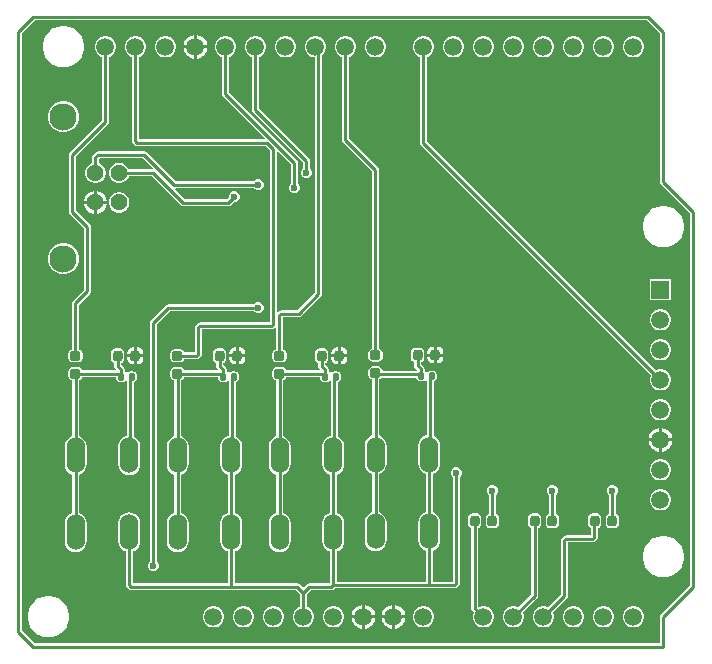
<source format=gbl>
G04*
G04 #@! TF.GenerationSoftware,Altium Limited,Altium Designer,21.6.1 (37)*
G04*
G04 Layer_Physical_Order=2*
G04 Layer_Color=152*
%FSLAX44Y44*%
%MOMM*%
G71*
G04*
G04 #@! TF.SameCoordinates,45D27BC1-988F-4E8A-9F01-A3EFFFD16F67*
G04*
G04*
G04 #@! TF.FilePolarity,Positive*
G04*
G01*
G75*
%ADD30C,0.2540*%
%ADD31C,1.5000*%
%ADD32C,2.3000*%
%ADD33C,1.4280*%
%ADD34O,1.5240X3.0480*%
%ADD35R,1.5000X1.5000*%
%ADD36C,0.6000*%
G04:AMPARAMS|DCode=37|XSize=0.8mm|YSize=0.9mm|CornerRadius=0.2mm|HoleSize=0mm|Usage=FLASHONLY|Rotation=180.000|XOffset=0mm|YOffset=0mm|HoleType=Round|Shape=RoundedRectangle|*
%AMROUNDEDRECTD37*
21,1,0.8000,0.5000,0,0,180.0*
21,1,0.4000,0.9000,0,0,180.0*
1,1,0.4000,-0.2000,0.2500*
1,1,0.4000,0.2000,0.2500*
1,1,0.4000,0.2000,-0.2500*
1,1,0.4000,-0.2000,-0.2500*
%
%ADD37ROUNDEDRECTD37*%
G04:AMPARAMS|DCode=38|XSize=0.6mm|YSize=0.54mm|CornerRadius=0.1431mm|HoleSize=0mm|Usage=FLASHONLY|Rotation=90.000|XOffset=0mm|YOffset=0mm|HoleType=Round|Shape=RoundedRectangle|*
%AMROUNDEDRECTD38*
21,1,0.6000,0.2538,0,0,90.0*
21,1,0.3138,0.5400,0,0,90.0*
1,1,0.2862,0.1269,0.1569*
1,1,0.2862,0.1269,-0.1569*
1,1,0.2862,-0.1269,-0.1569*
1,1,0.2862,-0.1269,0.1569*
%
%ADD38ROUNDEDRECTD38*%
G04:AMPARAMS|DCode=39|XSize=0.8mm|YSize=0.9mm|CornerRadius=0.2mm|HoleSize=0mm|Usage=FLASHONLY|Rotation=270.000|XOffset=0mm|YOffset=0mm|HoleType=Round|Shape=RoundedRectangle|*
%AMROUNDEDRECTD39*
21,1,0.8000,0.5000,0,0,270.0*
21,1,0.4000,0.9000,0,0,270.0*
1,1,0.4000,-0.2500,-0.2000*
1,1,0.4000,-0.2500,0.2000*
1,1,0.4000,0.2500,0.2000*
1,1,0.4000,0.2500,-0.2000*
%
%ADD39ROUNDEDRECTD39*%
G36*
X611831Y519520D02*
Y393700D01*
X611831Y393700D01*
X612048Y392610D01*
X612666Y391686D01*
X637231Y367120D01*
Y51980D01*
X612666Y27414D01*
X612048Y26490D01*
X611831Y25400D01*
X611831Y25400D01*
Y2849D01*
X82460D01*
X71429Y13880D01*
Y519520D01*
X82460Y530551D01*
X600800D01*
X611831Y519520D01*
D02*
G37*
%LPC*%
G36*
X108244Y525525D02*
X105116D01*
X104960Y525460D01*
X104795Y525493D01*
X101728Y524883D01*
X101587Y524789D01*
X101418D01*
X98529Y523592D01*
X98410Y523473D01*
X98244Y523440D01*
X95644Y521702D01*
X95550Y521562D01*
X95394Y521497D01*
X93183Y519286D01*
X93118Y519130D01*
X92978Y519036D01*
X91240Y516436D01*
X91207Y516270D01*
X91088Y516151D01*
X89891Y513262D01*
Y513093D01*
X89797Y512952D01*
X89187Y509885D01*
X89220Y509720D01*
X89155Y509563D01*
Y506436D01*
X89220Y506280D01*
X89187Y506115D01*
X89797Y503048D01*
X89891Y502907D01*
Y502738D01*
X91088Y499849D01*
X91207Y499730D01*
X91240Y499564D01*
X92978Y496964D01*
X93118Y496870D01*
X93183Y496714D01*
X95394Y494503D01*
X95550Y494438D01*
X95644Y494297D01*
X98244Y492560D01*
X98410Y492527D01*
X98529Y492408D01*
X101418Y491211D01*
X101587D01*
X101728Y491117D01*
X104795Y490507D01*
X104960Y490540D01*
X105116Y490475D01*
X108244D01*
X108400Y490540D01*
X108565Y490507D01*
X111632Y491117D01*
X111773Y491211D01*
X111942D01*
X114831Y492408D01*
X114950Y492527D01*
X115116Y492560D01*
X117716Y494297D01*
X117810Y494438D01*
X117966Y494503D01*
X120177Y496714D01*
X120242Y496870D01*
X120382Y496964D01*
X122120Y499564D01*
X122153Y499730D01*
X122272Y499849D01*
X123469Y502738D01*
Y502907D01*
X123563Y503048D01*
X124173Y506115D01*
X124140Y506280D01*
X124205Y506436D01*
Y509563D01*
X124140Y509720D01*
X124173Y509885D01*
X123563Y512952D01*
X123469Y513093D01*
Y513262D01*
X122272Y516151D01*
X122153Y516270D01*
X122120Y516436D01*
X120382Y519036D01*
X120242Y519130D01*
X120177Y519286D01*
X117966Y521497D01*
X117810Y521562D01*
X117716Y521702D01*
X115116Y523440D01*
X114950Y523473D01*
X114831Y523592D01*
X111942Y524789D01*
X111773D01*
X111632Y524883D01*
X108565Y525493D01*
X108400Y525460D01*
X108244Y525525D01*
D02*
G37*
G36*
X219762Y518040D02*
X219710D01*
Y509270D01*
X228480D01*
Y509322D01*
X227796Y511875D01*
X226474Y514165D01*
X224605Y516034D01*
X222315Y517356D01*
X219762Y518040D01*
D02*
G37*
G36*
X217170D02*
X217118D01*
X214565Y517356D01*
X212275Y516034D01*
X210406Y514165D01*
X209084Y511875D01*
X208400Y509322D01*
Y509270D01*
X217170D01*
Y518040D01*
D02*
G37*
G36*
X590468Y517024D02*
X588092D01*
X585797Y516409D01*
X583739Y515221D01*
X582059Y513541D01*
X580871Y511483D01*
X580256Y509188D01*
Y506812D01*
X580871Y504517D01*
X582059Y502459D01*
X583739Y500779D01*
X585797Y499591D01*
X588092Y498976D01*
X590468D01*
X592763Y499591D01*
X594821Y500779D01*
X596501Y502459D01*
X597689Y504517D01*
X598304Y506812D01*
Y509188D01*
X597689Y511483D01*
X596501Y513541D01*
X594821Y515221D01*
X592763Y516409D01*
X590468Y517024D01*
D02*
G37*
G36*
X565068D02*
X562692D01*
X560397Y516409D01*
X558339Y515221D01*
X556659Y513541D01*
X555471Y511483D01*
X554856Y509188D01*
Y506812D01*
X555471Y504517D01*
X556659Y502459D01*
X558339Y500779D01*
X560397Y499591D01*
X562692Y498976D01*
X565068D01*
X567363Y499591D01*
X569421Y500779D01*
X571101Y502459D01*
X572289Y504517D01*
X572904Y506812D01*
Y509188D01*
X572289Y511483D01*
X571101Y513541D01*
X569421Y515221D01*
X567363Y516409D01*
X565068Y517024D01*
D02*
G37*
G36*
X539668D02*
X537292D01*
X534997Y516409D01*
X532939Y515221D01*
X531259Y513541D01*
X530071Y511483D01*
X529456Y509188D01*
Y506812D01*
X530071Y504517D01*
X531259Y502459D01*
X532939Y500779D01*
X534997Y499591D01*
X537292Y498976D01*
X539668D01*
X541963Y499591D01*
X544021Y500779D01*
X545701Y502459D01*
X546889Y504517D01*
X547504Y506812D01*
Y509188D01*
X546889Y511483D01*
X545701Y513541D01*
X544021Y515221D01*
X541963Y516409D01*
X539668Y517024D01*
D02*
G37*
G36*
X514268D02*
X511892D01*
X509597Y516409D01*
X507539Y515221D01*
X505859Y513541D01*
X504671Y511483D01*
X504056Y509188D01*
Y506812D01*
X504671Y504517D01*
X505859Y502459D01*
X507539Y500779D01*
X509597Y499591D01*
X511892Y498976D01*
X514268D01*
X516563Y499591D01*
X518621Y500779D01*
X520301Y502459D01*
X521489Y504517D01*
X522104Y506812D01*
Y509188D01*
X521489Y511483D01*
X520301Y513541D01*
X518621Y515221D01*
X516563Y516409D01*
X514268Y517024D01*
D02*
G37*
G36*
X488868D02*
X486492D01*
X484197Y516409D01*
X482139Y515221D01*
X480459Y513541D01*
X479271Y511483D01*
X478656Y509188D01*
Y506812D01*
X479271Y504517D01*
X480459Y502459D01*
X482139Y500779D01*
X484197Y499591D01*
X486492Y498976D01*
X488868D01*
X491163Y499591D01*
X493221Y500779D01*
X494901Y502459D01*
X496089Y504517D01*
X496704Y506812D01*
Y509188D01*
X496089Y511483D01*
X494901Y513541D01*
X493221Y515221D01*
X491163Y516409D01*
X488868Y517024D01*
D02*
G37*
G36*
X463468D02*
X461092D01*
X458797Y516409D01*
X456739Y515221D01*
X455059Y513541D01*
X453871Y511483D01*
X453256Y509188D01*
Y506812D01*
X453871Y504517D01*
X455059Y502459D01*
X456739Y500779D01*
X458797Y499591D01*
X461092Y498976D01*
X463468D01*
X465763Y499591D01*
X467821Y500779D01*
X469501Y502459D01*
X470689Y504517D01*
X471304Y506812D01*
Y509188D01*
X470689Y511483D01*
X469501Y513541D01*
X467821Y515221D01*
X465763Y516409D01*
X463468Y517024D01*
D02*
G37*
G36*
X438068D02*
X435692D01*
X433397Y516409D01*
X431339Y515221D01*
X429659Y513541D01*
X428471Y511483D01*
X427856Y509188D01*
Y506812D01*
X428471Y504517D01*
X429659Y502459D01*
X431339Y500779D01*
X433397Y499591D01*
X435692Y498976D01*
X438068D01*
X440363Y499591D01*
X442421Y500779D01*
X444101Y502459D01*
X445289Y504517D01*
X445904Y506812D01*
Y509188D01*
X445289Y511483D01*
X444101Y513541D01*
X442421Y515221D01*
X440363Y516409D01*
X438068Y517024D01*
D02*
G37*
G36*
X372028D02*
X369652D01*
X367357Y516409D01*
X365299Y515221D01*
X363619Y513541D01*
X362431Y511483D01*
X361816Y509188D01*
Y506812D01*
X362431Y504517D01*
X363619Y502459D01*
X365299Y500779D01*
X367357Y499591D01*
X369652Y498976D01*
X372028D01*
X374323Y499591D01*
X376381Y500779D01*
X378061Y502459D01*
X379249Y504517D01*
X379864Y506812D01*
Y509188D01*
X379249Y511483D01*
X378061Y513541D01*
X376381Y515221D01*
X374323Y516409D01*
X372028Y517024D01*
D02*
G37*
G36*
X295828D02*
X293452D01*
X291157Y516409D01*
X289099Y515221D01*
X287419Y513541D01*
X286231Y511483D01*
X285616Y509188D01*
Y506812D01*
X286231Y504517D01*
X287419Y502459D01*
X289099Y500779D01*
X291157Y499591D01*
X293452Y498976D01*
X295828D01*
X298123Y499591D01*
X300181Y500779D01*
X301861Y502459D01*
X303049Y504517D01*
X303664Y506812D01*
Y509188D01*
X303049Y511483D01*
X301861Y513541D01*
X300181Y515221D01*
X298123Y516409D01*
X295828Y517024D01*
D02*
G37*
G36*
X194228D02*
X191852D01*
X189557Y516409D01*
X187499Y515221D01*
X185819Y513541D01*
X184631Y511483D01*
X184016Y509188D01*
Y506812D01*
X184631Y504517D01*
X185819Y502459D01*
X187499Y500779D01*
X189557Y499591D01*
X191852Y498976D01*
X194228D01*
X196523Y499591D01*
X198581Y500779D01*
X200261Y502459D01*
X201449Y504517D01*
X202064Y506812D01*
Y509188D01*
X201449Y511483D01*
X200261Y513541D01*
X198581Y515221D01*
X196523Y516409D01*
X194228Y517024D01*
D02*
G37*
G36*
X228480Y506730D02*
X219710D01*
Y497960D01*
X219762D01*
X222315Y498644D01*
X224605Y499966D01*
X226474Y501835D01*
X227796Y504125D01*
X228480Y506678D01*
Y506730D01*
D02*
G37*
G36*
X217170D02*
X208400D01*
Y506678D01*
X209084Y504125D01*
X210406Y501835D01*
X212275Y499966D01*
X214565Y498644D01*
X217118Y497960D01*
X217170D01*
Y506730D01*
D02*
G37*
G36*
X108395Y461844D02*
X104965D01*
X101653Y460956D01*
X98683Y459242D01*
X96258Y456817D01*
X94544Y453847D01*
X93656Y450535D01*
Y447105D01*
X94544Y443793D01*
X96258Y440823D01*
X98683Y438398D01*
X101653Y436684D01*
X104965Y435796D01*
X108395D01*
X111707Y436684D01*
X114677Y438398D01*
X117102Y440823D01*
X118816Y443793D01*
X119704Y447105D01*
Y450535D01*
X118816Y453847D01*
X117102Y456817D01*
X114677Y459242D01*
X111707Y460956D01*
X108395Y461844D01*
D02*
G37*
G36*
X175260Y419409D02*
X175260Y419409D01*
X136108D01*
X136108Y419409D01*
X135018Y419192D01*
X134094Y418574D01*
X134094Y418574D01*
X131766Y416246D01*
X131148Y415322D01*
X130931Y414232D01*
X130931Y414232D01*
Y409326D01*
X130436Y409193D01*
X128460Y408053D01*
X126847Y406440D01*
X125707Y404464D01*
X125116Y402261D01*
Y399979D01*
X125707Y397776D01*
X126847Y395800D01*
X128460Y394187D01*
X130436Y393046D01*
X132639Y392456D01*
X134921D01*
X137124Y393046D01*
X139100Y394187D01*
X140713Y395800D01*
X141854Y397776D01*
X142444Y399979D01*
Y402261D01*
X141854Y404464D01*
X140713Y406440D01*
X139100Y408053D01*
X137124Y409193D01*
X136629Y409326D01*
Y413052D01*
X137288Y413711D01*
X174080D01*
X182353Y405439D01*
X181826Y404169D01*
X161933D01*
X161854Y404464D01*
X160713Y406440D01*
X159100Y408053D01*
X157124Y409193D01*
X154921Y409784D01*
X152639D01*
X150436Y409193D01*
X148460Y408053D01*
X146847Y406440D01*
X145707Y404464D01*
X145116Y402261D01*
Y399979D01*
X145707Y397776D01*
X146847Y395800D01*
X148460Y394187D01*
X150436Y393046D01*
X152639Y392456D01*
X154921D01*
X157124Y393046D01*
X159100Y394187D01*
X160713Y395800D01*
X161854Y397776D01*
X162040Y398471D01*
X181700D01*
X206266Y373906D01*
X206266Y373906D01*
X207190Y373288D01*
X208280Y373071D01*
X208280Y373071D01*
X246380D01*
X246380Y373071D01*
X247470Y373288D01*
X248394Y373906D01*
X250965Y376476D01*
X252360D01*
X254023Y377165D01*
X255295Y378437D01*
X255984Y380100D01*
Y381900D01*
X255295Y383563D01*
X254023Y384835D01*
X252360Y385524D01*
X250560D01*
X248897Y384835D01*
X247625Y383563D01*
X246936Y381900D01*
Y380505D01*
X245200Y378769D01*
X209460D01*
X201187Y387041D01*
X201714Y388311D01*
X268231D01*
X269217Y387325D01*
X270880Y386636D01*
X272680D01*
X274343Y387325D01*
X275615Y388597D01*
X276304Y390260D01*
Y392060D01*
X275615Y393723D01*
X274343Y394995D01*
X272680Y395684D01*
X270880D01*
X269217Y394995D01*
X268231Y394009D01*
X201840D01*
X177274Y418574D01*
X176350Y419192D01*
X175260Y419409D01*
D02*
G37*
G36*
X270428Y517024D02*
X268052D01*
X265757Y516409D01*
X263699Y515221D01*
X262019Y513541D01*
X260831Y511483D01*
X260216Y509188D01*
Y506812D01*
X260831Y504517D01*
X262019Y502459D01*
X263699Y500779D01*
X265757Y499591D01*
X266391Y499421D01*
Y454660D01*
X266391Y454660D01*
X266608Y453570D01*
X267226Y452646D01*
X309571Y410300D01*
Y404869D01*
X308585Y403883D01*
X307896Y402220D01*
Y400420D01*
X308585Y398757D01*
X309857Y397485D01*
X311520Y396796D01*
X313320D01*
X314983Y397485D01*
X316255Y398757D01*
X316944Y400420D01*
Y402220D01*
X316255Y403883D01*
X315269Y404869D01*
Y411480D01*
X315269Y411480D01*
X315052Y412570D01*
X314434Y413494D01*
X272089Y455840D01*
Y499421D01*
X272723Y499591D01*
X274781Y500779D01*
X276461Y502459D01*
X277649Y504517D01*
X278264Y506812D01*
Y509188D01*
X277649Y511483D01*
X276461Y513541D01*
X274781Y515221D01*
X272723Y516409D01*
X270428Y517024D01*
D02*
G37*
G36*
X321228D02*
X318852D01*
X316557Y516409D01*
X314499Y515221D01*
X312819Y513541D01*
X311631Y511483D01*
X311016Y509188D01*
Y506812D01*
X311631Y504517D01*
X312819Y502459D01*
X314499Y500779D01*
X316557Y499591D01*
X318852Y498976D01*
X319731D01*
Y299848D01*
X304672Y284789D01*
X291048D01*
X289958Y284572D01*
X289034Y283954D01*
X289033Y283954D01*
X288599Y283520D01*
X287329Y284046D01*
Y418851D01*
X288502Y419337D01*
X299411Y408427D01*
Y392169D01*
X298425Y391183D01*
X297736Y389520D01*
Y387720D01*
X298425Y386057D01*
X299697Y384785D01*
X301360Y384096D01*
X303160D01*
X304823Y384785D01*
X306095Y386057D01*
X306784Y387720D01*
Y389520D01*
X306095Y391183D01*
X305109Y392169D01*
Y409607D01*
X304892Y410698D01*
X304274Y411622D01*
X304274Y411622D01*
X246689Y469207D01*
Y499421D01*
X247323Y499591D01*
X249381Y500779D01*
X251061Y502459D01*
X252249Y504517D01*
X252864Y506812D01*
Y509188D01*
X252249Y511483D01*
X251061Y513541D01*
X249381Y515221D01*
X247323Y516409D01*
X245028Y517024D01*
X242652D01*
X240357Y516409D01*
X238299Y515221D01*
X236619Y513541D01*
X235431Y511483D01*
X234816Y509188D01*
Y506812D01*
X235431Y504517D01*
X236619Y502459D01*
X238299Y500779D01*
X240357Y499591D01*
X240991Y499421D01*
Y468027D01*
X240991Y468027D01*
X241208Y466937D01*
X241826Y466013D01*
X277097Y430742D01*
X276611Y429569D01*
X170489D01*
Y499421D01*
X171123Y499591D01*
X173181Y500779D01*
X174861Y502459D01*
X176049Y504517D01*
X176664Y506812D01*
Y509188D01*
X176049Y511483D01*
X174861Y513541D01*
X173181Y515221D01*
X171123Y516409D01*
X168828Y517024D01*
X166452D01*
X164157Y516409D01*
X162099Y515221D01*
X160419Y513541D01*
X159231Y511483D01*
X158616Y509188D01*
Y506812D01*
X159231Y504517D01*
X160419Y502459D01*
X162099Y500779D01*
X164157Y499591D01*
X164791Y499421D01*
Y428208D01*
X164791Y428208D01*
X165008Y427118D01*
X165626Y426194D01*
X167113Y424706D01*
X167113Y424706D01*
X168038Y424088D01*
X169128Y423871D01*
X278220D01*
X281631Y420460D01*
Y274629D01*
X222468D01*
X221378Y274412D01*
X220453Y273794D01*
X220453Y273794D01*
X218966Y272306D01*
X218348Y271382D01*
X218131Y270292D01*
X218131Y270292D01*
Y249229D01*
X215900D01*
X215900Y249229D01*
X215297Y249109D01*
X209124D01*
X209020Y249635D01*
X208241Y250801D01*
X207075Y251579D01*
X205700Y251853D01*
X200700D01*
X199325Y251579D01*
X198159Y250801D01*
X197380Y249635D01*
X197107Y248260D01*
Y244260D01*
X197380Y242885D01*
X198159Y241719D01*
X199325Y240940D01*
X200700Y240667D01*
X205700D01*
X207075Y240940D01*
X208241Y241719D01*
X209020Y242885D01*
X209124Y243411D01*
X215780D01*
X215780Y243411D01*
X216383Y243531D01*
X219492D01*
X219492Y243531D01*
X220582Y243748D01*
X221507Y244366D01*
X222994Y245854D01*
X222994Y245854D01*
X223612Y246778D01*
X223829Y247868D01*
Y268931D01*
X282992D01*
X282992Y268931D01*
X284082Y269148D01*
X285007Y269766D01*
X285441Y270200D01*
X286711Y269674D01*
Y251784D01*
X285685Y251579D01*
X284519Y250801D01*
X283740Y249635D01*
X283467Y248260D01*
Y244260D01*
X283740Y242885D01*
X284519Y241719D01*
X285685Y240940D01*
X287060Y240667D01*
X292060D01*
X293435Y240940D01*
X294601Y241719D01*
X295380Y242885D01*
X295653Y244260D01*
Y248260D01*
X295380Y249635D01*
X294601Y250801D01*
X293435Y251579D01*
X292409Y251784D01*
Y279091D01*
X305852D01*
X305852Y279091D01*
X306942Y279308D01*
X307866Y279926D01*
X324594Y296653D01*
X324594Y296653D01*
X325212Y297578D01*
X325429Y298668D01*
Y500282D01*
X325356Y500649D01*
X325581Y500779D01*
X327261Y502459D01*
X328449Y504517D01*
X329064Y506812D01*
Y509188D01*
X328449Y511483D01*
X327261Y513541D01*
X325581Y515221D01*
X323523Y516409D01*
X321228Y517024D01*
D02*
G37*
G36*
X135054Y385800D02*
X135050D01*
Y377390D01*
X143460D01*
Y377394D01*
X142800Y379856D01*
X141526Y382064D01*
X139724Y383866D01*
X137516Y385140D01*
X135054Y385800D01*
D02*
G37*
G36*
X132510D02*
X132506D01*
X130044Y385140D01*
X127836Y383866D01*
X126034Y382064D01*
X124760Y379856D01*
X124100Y377394D01*
Y377390D01*
X132510D01*
Y385800D01*
D02*
G37*
G36*
X616244Y373125D02*
X613116D01*
X612960Y373060D01*
X612795Y373093D01*
X609728Y372483D01*
X609587Y372389D01*
X609418D01*
X606529Y371192D01*
X606410Y371073D01*
X606244Y371040D01*
X603644Y369302D01*
X603550Y369162D01*
X603394Y369097D01*
X601183Y366886D01*
X601118Y366730D01*
X600978Y366636D01*
X599240Y364036D01*
X599207Y363870D01*
X599088Y363751D01*
X597891Y360862D01*
Y360693D01*
X597797Y360552D01*
X597187Y357485D01*
X597220Y357320D01*
X597155Y357164D01*
Y354036D01*
X597220Y353880D01*
X597187Y353715D01*
X597797Y350648D01*
X597891Y350507D01*
Y350338D01*
X599088Y347449D01*
X599207Y347330D01*
X599240Y347164D01*
X600978Y344564D01*
X601118Y344470D01*
X601183Y344314D01*
X603394Y342103D01*
X603550Y342038D01*
X603644Y341898D01*
X606244Y340160D01*
X606410Y340127D01*
X606529Y340008D01*
X609418Y338811D01*
X609587D01*
X609728Y338717D01*
X612795Y338107D01*
X612960Y338140D01*
X613116Y338075D01*
X616244D01*
X616400Y338140D01*
X616565Y338107D01*
X619632Y338717D01*
X619773Y338811D01*
X619942D01*
X622831Y340008D01*
X622950Y340127D01*
X623116Y340160D01*
X625716Y341898D01*
X625810Y342038D01*
X625966Y342103D01*
X628177Y344314D01*
X628242Y344470D01*
X628382Y344564D01*
X630120Y347164D01*
X630153Y347330D01*
X630272Y347449D01*
X631469Y350338D01*
Y350507D01*
X631563Y350648D01*
X632173Y353715D01*
X632140Y353880D01*
X632205Y354036D01*
Y357164D01*
X632140Y357320D01*
X632173Y357485D01*
X631563Y360552D01*
X631469Y360693D01*
Y360862D01*
X630272Y363751D01*
X630153Y363870D01*
X630120Y364036D01*
X628382Y366636D01*
X628242Y366730D01*
X628177Y366886D01*
X625966Y369097D01*
X625810Y369162D01*
X625716Y369302D01*
X623116Y371040D01*
X622950Y371073D01*
X622831Y371192D01*
X619942Y372389D01*
X619773D01*
X619632Y372483D01*
X616565Y373093D01*
X616400Y373060D01*
X616244Y373125D01*
D02*
G37*
G36*
X154921Y384784D02*
X152639D01*
X150436Y384193D01*
X148460Y383053D01*
X146847Y381440D01*
X145707Y379464D01*
X145116Y377261D01*
Y374979D01*
X145707Y372776D01*
X146847Y370800D01*
X148460Y369187D01*
X150436Y368046D01*
X152639Y367456D01*
X154921D01*
X157124Y368046D01*
X159100Y369187D01*
X160713Y370800D01*
X161854Y372776D01*
X162444Y374979D01*
Y377261D01*
X161854Y379464D01*
X160713Y381440D01*
X159100Y383053D01*
X157124Y384193D01*
X154921Y384784D01*
D02*
G37*
G36*
X143460Y374850D02*
X135050D01*
Y366440D01*
X135054D01*
X137516Y367100D01*
X139724Y368374D01*
X141526Y370176D01*
X142800Y372384D01*
X143460Y374846D01*
Y374850D01*
D02*
G37*
G36*
X132510D02*
X124100D01*
Y374846D01*
X124760Y372384D01*
X126034Y370176D01*
X127836Y368374D01*
X130044Y367100D01*
X132506Y366440D01*
X132510D01*
Y374850D01*
D02*
G37*
G36*
X108395Y341444D02*
X104965D01*
X101653Y340556D01*
X98683Y338842D01*
X96258Y336417D01*
X94544Y333447D01*
X93656Y330135D01*
Y326705D01*
X94544Y323393D01*
X96258Y320423D01*
X98683Y317998D01*
X101653Y316283D01*
X104965Y315396D01*
X108395D01*
X111707Y316283D01*
X114677Y317998D01*
X117102Y320423D01*
X118816Y323393D01*
X119704Y326705D01*
Y330135D01*
X118816Y333447D01*
X117102Y336417D01*
X114677Y338842D01*
X111707Y340556D01*
X108395Y341444D01*
D02*
G37*
G36*
X621164Y311284D02*
X603116D01*
Y293236D01*
X621164D01*
Y311284D01*
D02*
G37*
G36*
X272680Y291544D02*
X270880D01*
X269217Y290855D01*
X268231Y289869D01*
X195580D01*
X195580Y289869D01*
X194490Y289652D01*
X193566Y289034D01*
X193566Y289034D01*
X180866Y276334D01*
X180248Y275410D01*
X180031Y274320D01*
X180031Y274320D01*
Y72129D01*
X179045Y71143D01*
X178356Y69480D01*
Y67680D01*
X179045Y66017D01*
X180317Y64745D01*
X181980Y64056D01*
X183780D01*
X185443Y64745D01*
X186715Y66017D01*
X187404Y67680D01*
Y69480D01*
X186715Y71143D01*
X185729Y72129D01*
Y273140D01*
X196760Y284171D01*
X268231D01*
X269217Y283185D01*
X270880Y282496D01*
X272680D01*
X274343Y283185D01*
X275615Y284457D01*
X276304Y286120D01*
Y287920D01*
X275615Y289583D01*
X274343Y290855D01*
X272680Y291544D01*
D02*
G37*
G36*
X613328Y285884D02*
X610952D01*
X608657Y285269D01*
X606599Y284081D01*
X604919Y282401D01*
X603731Y280343D01*
X603116Y278048D01*
Y275672D01*
X603731Y273377D01*
X604919Y271319D01*
X606599Y269639D01*
X608657Y268451D01*
X610952Y267836D01*
X613328D01*
X615623Y268451D01*
X617681Y269639D01*
X619361Y271319D01*
X620549Y273377D01*
X621164Y275672D01*
Y278048D01*
X620549Y280343D01*
X619361Y282401D01*
X617681Y284081D01*
X615623Y285269D01*
X613328Y285884D01*
D02*
G37*
G36*
X423520Y254017D02*
X422790D01*
Y248158D01*
X428149D01*
Y249388D01*
X427797Y251159D01*
X426793Y252661D01*
X425291Y253665D01*
X423520Y254017D01*
D02*
G37*
G36*
X420250D02*
X419520D01*
X417748Y253665D01*
X416247Y252661D01*
X415243Y251159D01*
X414891Y249388D01*
Y248158D01*
X420250D01*
Y254017D01*
D02*
G37*
G36*
X342240Y253509D02*
X341510D01*
Y247650D01*
X346869D01*
Y248880D01*
X346517Y250651D01*
X345513Y252153D01*
X344011Y253157D01*
X342240Y253509D01*
D02*
G37*
G36*
X255880D02*
X255150D01*
Y247650D01*
X260509D01*
Y248880D01*
X260157Y250651D01*
X259153Y252153D01*
X257651Y253157D01*
X255880Y253509D01*
D02*
G37*
G36*
X169520D02*
X168790D01*
Y247650D01*
X174149D01*
Y248880D01*
X173797Y250651D01*
X172793Y252153D01*
X171291Y253157D01*
X169520Y253509D01*
D02*
G37*
G36*
X338970D02*
X338240D01*
X336469Y253157D01*
X334967Y252153D01*
X333963Y250651D01*
X333611Y248880D01*
Y247650D01*
X338970D01*
Y253509D01*
D02*
G37*
G36*
X252610D02*
X251880D01*
X250109Y253157D01*
X248607Y252153D01*
X247603Y250651D01*
X247251Y248880D01*
Y247650D01*
X252610D01*
Y253509D01*
D02*
G37*
G36*
X166250D02*
X165520D01*
X163748Y253157D01*
X162247Y252153D01*
X161243Y250651D01*
X160891Y248880D01*
Y247650D01*
X166250D01*
Y253509D01*
D02*
G37*
G36*
X613328Y260484D02*
X610952D01*
X608657Y259869D01*
X606599Y258681D01*
X604919Y257001D01*
X603731Y254943D01*
X603116Y252648D01*
Y250272D01*
X603731Y247977D01*
X604919Y245919D01*
X606599Y244239D01*
X608657Y243051D01*
X610952Y242436D01*
X613328D01*
X615623Y243051D01*
X617681Y244239D01*
X619361Y245919D01*
X620549Y247977D01*
X621164Y250272D01*
Y252648D01*
X620549Y254943D01*
X619361Y257001D01*
X617681Y258681D01*
X615623Y259869D01*
X613328Y260484D01*
D02*
G37*
G36*
X346628Y517024D02*
X344252D01*
X341957Y516409D01*
X339899Y515221D01*
X338219Y513541D01*
X337031Y511483D01*
X336416Y509188D01*
Y506812D01*
X337031Y504517D01*
X338219Y502459D01*
X339899Y500779D01*
X341957Y499591D01*
X342591Y499421D01*
Y429260D01*
X342591Y429260D01*
X342808Y428170D01*
X343426Y427246D01*
X367991Y402680D01*
Y252292D01*
X366965Y252087D01*
X365799Y251309D01*
X365020Y250143D01*
X364747Y248768D01*
Y244768D01*
X365020Y243393D01*
X365799Y242227D01*
X366965Y241448D01*
X368340Y241175D01*
X373340D01*
X374715Y241448D01*
X375881Y242227D01*
X376660Y243393D01*
X376933Y244768D01*
Y248768D01*
X376660Y250143D01*
X375881Y251309D01*
X374715Y252087D01*
X373689Y252292D01*
Y403860D01*
X373689Y403860D01*
X373472Y404950D01*
X372854Y405874D01*
X372854Y405874D01*
X348289Y430440D01*
Y499421D01*
X348923Y499591D01*
X350981Y500779D01*
X352661Y502459D01*
X353849Y504517D01*
X354464Y506812D01*
Y509188D01*
X353849Y511483D01*
X352661Y513541D01*
X350981Y515221D01*
X348923Y516409D01*
X346628Y517024D01*
D02*
G37*
G36*
X143428D02*
X141052D01*
X138757Y516409D01*
X136699Y515221D01*
X135019Y513541D01*
X133831Y511483D01*
X133216Y509188D01*
Y506812D01*
X133831Y504517D01*
X135019Y502459D01*
X136699Y500779D01*
X138757Y499591D01*
X139391Y499421D01*
Y445680D01*
X112286Y418574D01*
X111668Y417650D01*
X111451Y416560D01*
X111451Y416560D01*
Y368300D01*
X111451Y368300D01*
X111668Y367210D01*
X112286Y366286D01*
X124151Y354420D01*
Y302177D01*
X114826Y292852D01*
X114208Y291927D01*
X113991Y290837D01*
X113991Y290837D01*
Y251784D01*
X112965Y251579D01*
X111799Y250801D01*
X111020Y249635D01*
X110747Y248260D01*
Y244260D01*
X111020Y242885D01*
X111799Y241719D01*
X112965Y240940D01*
X114340Y240667D01*
X119340D01*
X120715Y240940D01*
X121881Y241719D01*
X122660Y242885D01*
X122933Y244260D01*
Y248260D01*
X122660Y249635D01*
X121881Y250801D01*
X120715Y251579D01*
X119689Y251784D01*
Y289657D01*
X129014Y298983D01*
X129014Y298983D01*
X129632Y299907D01*
X129849Y300997D01*
Y355600D01*
X129849Y355600D01*
X129632Y356690D01*
X129014Y357614D01*
X129014Y357614D01*
X117149Y369480D01*
Y415380D01*
X144254Y442486D01*
X144872Y443410D01*
X145089Y444500D01*
X145089Y444500D01*
Y499421D01*
X145723Y499591D01*
X147781Y500779D01*
X149461Y502459D01*
X150649Y504517D01*
X151264Y506812D01*
Y509188D01*
X150649Y511483D01*
X149461Y513541D01*
X147781Y515221D01*
X145723Y516409D01*
X143428Y517024D01*
D02*
G37*
G36*
X428149Y245618D02*
X422790D01*
Y239759D01*
X423520D01*
X425291Y240111D01*
X426793Y241115D01*
X427797Y242617D01*
X428149Y244388D01*
Y245618D01*
D02*
G37*
G36*
X420250D02*
X414891D01*
Y244388D01*
X415243Y242617D01*
X416247Y241115D01*
X417748Y240111D01*
X419520Y239759D01*
X420250D01*
Y245618D01*
D02*
G37*
G36*
X346869Y245110D02*
X341510D01*
Y239251D01*
X342240D01*
X344011Y239603D01*
X345513Y240607D01*
X346517Y242109D01*
X346869Y243880D01*
Y245110D01*
D02*
G37*
G36*
X338970D02*
X333611D01*
Y243880D01*
X333963Y242109D01*
X334967Y240607D01*
X336469Y239603D01*
X338240Y239251D01*
X338970D01*
Y245110D01*
D02*
G37*
G36*
X260509D02*
X255150D01*
Y239251D01*
X255880D01*
X257651Y239603D01*
X259153Y240607D01*
X260157Y242109D01*
X260509Y243880D01*
Y245110D01*
D02*
G37*
G36*
X252610D02*
X247251D01*
Y243880D01*
X247603Y242109D01*
X248607Y240607D01*
X250109Y239603D01*
X251880Y239251D01*
X252610D01*
Y245110D01*
D02*
G37*
G36*
X174149D02*
X168790D01*
Y239251D01*
X169520D01*
X171291Y239603D01*
X172793Y240607D01*
X173797Y242109D01*
X174149Y243880D01*
Y245110D01*
D02*
G37*
G36*
X166250D02*
X160891D01*
Y243880D01*
X161243Y242109D01*
X162247Y240607D01*
X163748Y239603D01*
X165520Y239251D01*
X166250D01*
Y245110D01*
D02*
G37*
G36*
X154520Y252473D02*
X150520D01*
X149145Y252199D01*
X147979Y251421D01*
X147200Y250255D01*
X146927Y248880D01*
Y243880D01*
X147200Y242505D01*
X147979Y241339D01*
X149145Y240560D01*
X149671Y240456D01*
Y237696D01*
X149671Y237696D01*
X149888Y236606D01*
X150506Y235682D01*
X150906Y235282D01*
X150420Y234109D01*
X122764D01*
X122660Y234635D01*
X121881Y235801D01*
X120715Y236579D01*
X119340Y236853D01*
X114340D01*
X112965Y236579D01*
X111799Y235801D01*
X111020Y234635D01*
X110747Y233260D01*
Y229260D01*
X111020Y227885D01*
X111799Y226719D01*
X112965Y225940D01*
X114118Y225711D01*
Y178337D01*
X112483Y177659D01*
X110572Y176194D01*
X109107Y174283D01*
X108185Y172059D01*
X107871Y169672D01*
Y154432D01*
X108185Y152045D01*
X109107Y149821D01*
X110572Y147910D01*
X112483Y146445D01*
X114245Y145715D01*
Y113365D01*
X112483Y112635D01*
X110572Y111170D01*
X109107Y109259D01*
X108185Y107035D01*
X107871Y104648D01*
Y89408D01*
X108185Y87021D01*
X109107Y84797D01*
X110572Y82886D01*
X112483Y81421D01*
X114707Y80499D01*
X117094Y80185D01*
X119481Y80499D01*
X121705Y81421D01*
X123616Y82886D01*
X125081Y84797D01*
X126003Y87021D01*
X126317Y89408D01*
Y104648D01*
X126003Y107035D01*
X125081Y109259D01*
X123616Y111170D01*
X121705Y112635D01*
X119943Y113365D01*
Y145715D01*
X121705Y146445D01*
X123616Y147910D01*
X125081Y149821D01*
X126003Y152045D01*
X126317Y154432D01*
Y169672D01*
X126003Y172059D01*
X125081Y174283D01*
X123616Y176194D01*
X121705Y177659D01*
X119816Y178442D01*
Y225762D01*
X120715Y225940D01*
X121881Y226719D01*
X122660Y227885D01*
X122764Y228411D01*
X151438D01*
Y227031D01*
X151667Y225878D01*
X152320Y224901D01*
X153298Y224247D01*
X154451Y224018D01*
X156989D01*
X158142Y224247D01*
X159119Y224901D01*
X159194Y225013D01*
X160464Y224627D01*
Y178652D01*
X159919Y178581D01*
X157695Y177659D01*
X155784Y176194D01*
X154319Y174283D01*
X153397Y172059D01*
X153083Y169672D01*
Y154432D01*
X153397Y152045D01*
X154319Y149821D01*
X155784Y147910D01*
X157695Y146445D01*
X159919Y145523D01*
X162306Y145209D01*
X164693Y145523D01*
X166917Y146445D01*
X168828Y147910D01*
X170293Y149821D01*
X171215Y152045D01*
X171529Y154432D01*
Y169672D01*
X171215Y172059D01*
X170293Y174283D01*
X168828Y176194D01*
X166917Y177659D01*
X166162Y177972D01*
Y224132D01*
X166742Y224247D01*
X167719Y224901D01*
X168372Y225878D01*
X168602Y227031D01*
Y230169D01*
X168372Y231322D01*
X167719Y232299D01*
X166742Y232952D01*
X165589Y233182D01*
X163051D01*
X161898Y232952D01*
X160921Y232299D01*
X160844Y232185D01*
X159590Y232106D01*
X158569Y233080D01*
Y234496D01*
X158569Y234496D01*
X158352Y235586D01*
X157734Y236511D01*
X157734Y236511D01*
X155369Y238876D01*
Y240456D01*
X155895Y240560D01*
X157061Y241339D01*
X157839Y242505D01*
X158113Y243880D01*
Y248880D01*
X157839Y250255D01*
X157061Y251421D01*
X155895Y252199D01*
X154520Y252473D01*
D02*
G37*
G36*
X408520Y252981D02*
X404520D01*
X403145Y252708D01*
X401979Y251929D01*
X401200Y250763D01*
X400927Y249388D01*
Y244388D01*
X401200Y243013D01*
X401979Y241847D01*
X403145Y241068D01*
X403671Y240964D01*
Y238204D01*
X403671Y238204D01*
X403888Y237114D01*
X404506Y236190D01*
X406139Y234557D01*
X405613Y233287D01*
X376933D01*
Y233768D01*
X376660Y235143D01*
X375881Y236309D01*
X374715Y237087D01*
X373340Y237361D01*
X368340D01*
X366965Y237087D01*
X365799Y236309D01*
X365020Y235143D01*
X364747Y233768D01*
Y229768D01*
X365020Y228393D01*
X365799Y227227D01*
X366965Y226448D01*
X368118Y226219D01*
Y178845D01*
X366483Y178167D01*
X364572Y176702D01*
X363107Y174791D01*
X362185Y172567D01*
X361871Y170180D01*
Y154940D01*
X362185Y152553D01*
X363107Y150329D01*
X364572Y148418D01*
X366483Y146953D01*
X368245Y146223D01*
Y113873D01*
X366483Y113143D01*
X364572Y111678D01*
X363107Y109767D01*
X362185Y107543D01*
X361871Y105156D01*
Y89916D01*
X362185Y87529D01*
X363107Y85305D01*
X364572Y83394D01*
X366483Y81929D01*
X368707Y81007D01*
X371094Y80693D01*
X373481Y81007D01*
X375705Y81929D01*
X377616Y83394D01*
X379081Y85305D01*
X380003Y87529D01*
X380317Y89916D01*
Y105156D01*
X380003Y107543D01*
X379081Y109767D01*
X377616Y111678D01*
X375705Y113143D01*
X373943Y113873D01*
Y146223D01*
X375705Y146953D01*
X377616Y148418D01*
X379081Y150329D01*
X380003Y152553D01*
X380317Y154940D01*
Y170180D01*
X380003Y172567D01*
X379081Y174791D01*
X377616Y176702D01*
X375705Y178167D01*
X373816Y178950D01*
Y226270D01*
X374715Y226448D01*
X375881Y227227D01*
X376122Y227589D01*
X405438D01*
Y227539D01*
X405667Y226386D01*
X406320Y225409D01*
X407298Y224755D01*
X408451Y224526D01*
X410989D01*
X412142Y224755D01*
X413119Y225409D01*
X413194Y225520D01*
X414464Y225135D01*
Y179160D01*
X413919Y179089D01*
X411695Y178167D01*
X409784Y176702D01*
X408319Y174791D01*
X407397Y172567D01*
X407083Y170180D01*
Y154940D01*
X407397Y152553D01*
X408319Y150329D01*
X409784Y148418D01*
X411695Y146953D01*
X413457Y146223D01*
Y113873D01*
X411695Y113143D01*
X409784Y111678D01*
X408319Y109767D01*
X407397Y107543D01*
X407083Y105156D01*
Y89916D01*
X407397Y87529D01*
X408319Y85305D01*
X409784Y83394D01*
X411695Y81929D01*
X413711Y81093D01*
Y55137D01*
X337875D01*
Y80691D01*
X339637Y81421D01*
X341548Y82886D01*
X343013Y84797D01*
X343935Y87021D01*
X344249Y89408D01*
Y104648D01*
X343935Y107035D01*
X343013Y109259D01*
X341548Y111170D01*
X339637Y112635D01*
X337875Y113365D01*
Y145715D01*
X339637Y146445D01*
X341548Y147910D01*
X343013Y149821D01*
X343935Y152045D01*
X344249Y154432D01*
Y169672D01*
X343935Y172059D01*
X343013Y174283D01*
X341548Y176194D01*
X339637Y177659D01*
X338882Y177972D01*
Y224132D01*
X339462Y224247D01*
X340439Y224901D01*
X341092Y225878D01*
X341322Y227031D01*
Y230169D01*
X341092Y231322D01*
X340439Y232299D01*
X339462Y232952D01*
X338309Y233182D01*
X335771D01*
X334618Y232952D01*
X333641Y232299D01*
X333564Y232185D01*
X332310Y232106D01*
X331289Y233080D01*
Y234496D01*
X331289Y234496D01*
X331072Y235586D01*
X330454Y236511D01*
X330454Y236511D01*
X328089Y238876D01*
Y240456D01*
X328615Y240560D01*
X329781Y241339D01*
X330560Y242505D01*
X330833Y243880D01*
Y248880D01*
X330560Y250255D01*
X329781Y251421D01*
X328615Y252199D01*
X327240Y252473D01*
X323240D01*
X321865Y252199D01*
X320699Y251421D01*
X319920Y250255D01*
X319647Y248880D01*
Y243880D01*
X319920Y242505D01*
X320699Y241339D01*
X321865Y240560D01*
X322391Y240456D01*
Y237696D01*
X322391Y237696D01*
X322608Y236606D01*
X323226Y235682D01*
X323625Y235282D01*
X323139Y234109D01*
X295484D01*
X295380Y234635D01*
X294601Y235801D01*
X293435Y236579D01*
X292060Y236853D01*
X287060D01*
X285685Y236579D01*
X284519Y235801D01*
X283740Y234635D01*
X283467Y233260D01*
Y229260D01*
X283740Y227885D01*
X284519Y226719D01*
X285685Y225940D01*
X286838Y225711D01*
Y178337D01*
X285203Y177659D01*
X283292Y176194D01*
X281827Y174283D01*
X280905Y172059D01*
X280591Y169672D01*
Y154432D01*
X280905Y152045D01*
X281827Y149821D01*
X283292Y147910D01*
X285203Y146445D01*
X286965Y145715D01*
Y113365D01*
X285203Y112635D01*
X283292Y111170D01*
X281827Y109259D01*
X280905Y107035D01*
X280591Y104648D01*
Y89408D01*
X280905Y87021D01*
X281827Y84797D01*
X283292Y82886D01*
X285203Y81421D01*
X287427Y80499D01*
X289814Y80185D01*
X292201Y80499D01*
X294425Y81421D01*
X296336Y82886D01*
X297801Y84797D01*
X298723Y87021D01*
X299037Y89408D01*
Y104648D01*
X298723Y107035D01*
X297801Y109259D01*
X296336Y111170D01*
X294425Y112635D01*
X292663Y113365D01*
Y145715D01*
X294425Y146445D01*
X296336Y147910D01*
X297801Y149821D01*
X298723Y152045D01*
X299037Y154432D01*
Y169672D01*
X298723Y172059D01*
X297801Y174283D01*
X296336Y176194D01*
X294425Y177659D01*
X292536Y178442D01*
Y225762D01*
X293435Y225940D01*
X294601Y226719D01*
X295380Y227885D01*
X295484Y228411D01*
X324158D01*
Y227031D01*
X324387Y225878D01*
X325041Y224901D01*
X326018Y224247D01*
X327171Y224018D01*
X329709D01*
X330862Y224247D01*
X331839Y224901D01*
X331914Y225013D01*
X333184Y224627D01*
Y178652D01*
X332639Y178581D01*
X330415Y177659D01*
X328504Y176194D01*
X327039Y174283D01*
X326117Y172059D01*
X325803Y169672D01*
Y154432D01*
X326117Y152045D01*
X327039Y149821D01*
X328504Y147910D01*
X330415Y146445D01*
X332177Y145715D01*
Y113365D01*
X330415Y112635D01*
X328504Y111170D01*
X327039Y109259D01*
X326117Y107035D01*
X325803Y104648D01*
Y89408D01*
X326117Y87021D01*
X327039Y84797D01*
X328504Y82886D01*
X330415Y81421D01*
X332177Y80691D01*
Y53649D01*
X314960D01*
X314960Y53649D01*
X313870Y53432D01*
X312946Y52814D01*
X312946Y52814D01*
X309880Y49749D01*
X306814Y52814D01*
X305890Y53432D01*
X304800Y53649D01*
X304800Y53649D01*
X251515D01*
Y80691D01*
X253277Y81421D01*
X255188Y82886D01*
X256653Y84797D01*
X257575Y87021D01*
X257889Y89408D01*
Y104648D01*
X257575Y107035D01*
X256653Y109259D01*
X255188Y111170D01*
X253277Y112635D01*
X251515Y113365D01*
Y145715D01*
X253277Y146445D01*
X255188Y147910D01*
X256653Y149821D01*
X257575Y152045D01*
X257889Y154432D01*
Y169672D01*
X257575Y172059D01*
X256653Y174283D01*
X255188Y176194D01*
X253277Y177659D01*
X252522Y177972D01*
Y224132D01*
X253102Y224247D01*
X254079Y224901D01*
X254732Y225878D01*
X254962Y227031D01*
Y230169D01*
X254732Y231322D01*
X254079Y232299D01*
X253102Y232952D01*
X251949Y233182D01*
X249411D01*
X248258Y232952D01*
X247281Y232299D01*
X247204Y232185D01*
X245950Y232106D01*
X244929Y233080D01*
Y234496D01*
X244929Y234496D01*
X244712Y235586D01*
X244094Y236511D01*
X244094Y236511D01*
X241729Y238876D01*
Y240456D01*
X242255Y240560D01*
X243421Y241339D01*
X244200Y242505D01*
X244473Y243880D01*
Y248880D01*
X244200Y250255D01*
X243421Y251421D01*
X242255Y252199D01*
X240880Y252473D01*
X236880D01*
X235505Y252199D01*
X234339Y251421D01*
X233560Y250255D01*
X233287Y248880D01*
Y243880D01*
X233560Y242505D01*
X234339Y241339D01*
X235505Y240560D01*
X236031Y240456D01*
Y237696D01*
X236031Y237696D01*
X236248Y236606D01*
X236866Y235682D01*
X237265Y235282D01*
X236779Y234109D01*
X209124D01*
X209020Y234635D01*
X208241Y235801D01*
X207075Y236579D01*
X205700Y236853D01*
X200700D01*
X199325Y236579D01*
X198159Y235801D01*
X197380Y234635D01*
X197107Y233260D01*
Y229260D01*
X197380Y227885D01*
X198159Y226719D01*
X199325Y225940D01*
X200478Y225711D01*
Y178337D01*
X198843Y177659D01*
X196932Y176194D01*
X195467Y174283D01*
X194545Y172059D01*
X194231Y169672D01*
Y154432D01*
X194545Y152045D01*
X195467Y149821D01*
X196932Y147910D01*
X198843Y146445D01*
X200605Y145715D01*
Y113365D01*
X198843Y112635D01*
X196932Y111170D01*
X195467Y109259D01*
X194545Y107035D01*
X194231Y104648D01*
Y89408D01*
X194545Y87021D01*
X195467Y84797D01*
X196932Y82886D01*
X198843Y81421D01*
X201067Y80499D01*
X203454Y80185D01*
X205841Y80499D01*
X208065Y81421D01*
X209976Y82886D01*
X211441Y84797D01*
X212363Y87021D01*
X212677Y89408D01*
Y104648D01*
X212363Y107035D01*
X211441Y109259D01*
X209976Y111170D01*
X208065Y112635D01*
X206303Y113365D01*
Y145715D01*
X208065Y146445D01*
X209976Y147910D01*
X211441Y149821D01*
X212363Y152045D01*
X212677Y154432D01*
Y169672D01*
X212363Y172059D01*
X211441Y174283D01*
X209976Y176194D01*
X208065Y177659D01*
X206176Y178442D01*
Y225762D01*
X207075Y225940D01*
X208241Y226719D01*
X209020Y227885D01*
X209124Y228411D01*
X237798D01*
Y227031D01*
X238027Y225878D01*
X238680Y224901D01*
X239658Y224247D01*
X240811Y224018D01*
X243349D01*
X244502Y224247D01*
X245479Y224901D01*
X245554Y225013D01*
X246824Y224627D01*
Y178652D01*
X246279Y178581D01*
X244055Y177659D01*
X242144Y176194D01*
X240679Y174283D01*
X239757Y172059D01*
X239443Y169672D01*
Y154432D01*
X239757Y152045D01*
X240679Y149821D01*
X242144Y147910D01*
X244055Y146445D01*
X245817Y145715D01*
Y113365D01*
X244055Y112635D01*
X242144Y111170D01*
X240679Y109259D01*
X239757Y107035D01*
X239443Y104648D01*
Y89408D01*
X239757Y87021D01*
X240679Y84797D01*
X242144Y82886D01*
X244055Y81421D01*
X245817Y80691D01*
Y53649D01*
X165155D01*
Y80691D01*
X166917Y81421D01*
X168828Y82886D01*
X170293Y84797D01*
X171215Y87021D01*
X171529Y89408D01*
Y104648D01*
X171215Y107035D01*
X170293Y109259D01*
X168828Y111170D01*
X166917Y112635D01*
X164693Y113557D01*
X162306Y113871D01*
X159919Y113557D01*
X157695Y112635D01*
X155784Y111170D01*
X154319Y109259D01*
X153397Y107035D01*
X153083Y104648D01*
Y89408D01*
X153397Y87021D01*
X154319Y84797D01*
X155784Y82886D01*
X157695Y81421D01*
X159457Y80691D01*
Y52288D01*
X159457Y52288D01*
X159674Y51198D01*
X160292Y50273D01*
X161779Y48786D01*
X161779Y48786D01*
X162704Y48168D01*
X163794Y47951D01*
X248920D01*
X248920Y47951D01*
X248920Y47951D01*
X303620D01*
X307031Y44540D01*
Y33979D01*
X306397Y33809D01*
X304339Y32621D01*
X302659Y30941D01*
X301471Y28883D01*
X300856Y26588D01*
Y24212D01*
X301471Y21917D01*
X302659Y19859D01*
X304339Y18179D01*
X306397Y16991D01*
X308692Y16376D01*
X311068D01*
X313363Y16991D01*
X315421Y18179D01*
X317101Y19859D01*
X318289Y21917D01*
X318904Y24212D01*
Y26588D01*
X318289Y28883D01*
X317101Y30941D01*
X315421Y32621D01*
X313363Y33809D01*
X312729Y33979D01*
Y44540D01*
X316140Y47951D01*
X333538D01*
X333538Y47951D01*
X334628Y48168D01*
X335552Y48786D01*
X336206Y49439D01*
X415072D01*
X415072Y49439D01*
X415072Y49439D01*
X437932D01*
X437932Y49439D01*
X439022Y49656D01*
X439947Y50273D01*
X441434Y51761D01*
X441434Y51761D01*
X442052Y52686D01*
X442269Y53776D01*
Y143771D01*
X443255Y144757D01*
X443944Y146420D01*
Y148220D01*
X443255Y149883D01*
X441983Y151155D01*
X440320Y151844D01*
X438520D01*
X436857Y151155D01*
X435585Y149883D01*
X434896Y148220D01*
Y146420D01*
X435585Y144757D01*
X436571Y143771D01*
Y55137D01*
X419409D01*
Y81304D01*
X420917Y81929D01*
X422828Y83394D01*
X424293Y85305D01*
X425215Y87529D01*
X425529Y89916D01*
Y105156D01*
X425215Y107543D01*
X424293Y109767D01*
X422828Y111678D01*
X420917Y113143D01*
X419155Y113873D01*
Y146223D01*
X420917Y146953D01*
X422828Y148418D01*
X424293Y150329D01*
X425215Y152553D01*
X425529Y154940D01*
Y170180D01*
X425215Y172567D01*
X424293Y174791D01*
X422828Y176702D01*
X420917Y178167D01*
X420162Y178480D01*
Y224640D01*
X420742Y224755D01*
X421719Y225409D01*
X422373Y226386D01*
X422602Y227539D01*
Y230677D01*
X422373Y231830D01*
X421719Y232807D01*
X420742Y233461D01*
X419589Y233690D01*
X417051D01*
X415898Y233461D01*
X414921Y232807D01*
X414844Y232693D01*
X413590Y232614D01*
X412569Y233588D01*
Y235004D01*
X412569Y235004D01*
X412352Y236094D01*
X411734Y237019D01*
X411734Y237019D01*
X409369Y239384D01*
Y240964D01*
X409895Y241068D01*
X411061Y241847D01*
X411839Y243013D01*
X412113Y244388D01*
Y249388D01*
X411839Y250763D01*
X411061Y251929D01*
X409895Y252708D01*
X408520Y252981D01*
D02*
G37*
G36*
X412668Y517024D02*
X410292D01*
X407997Y516409D01*
X405939Y515221D01*
X404259Y513541D01*
X403071Y511483D01*
X402456Y509188D01*
Y506812D01*
X403071Y504517D01*
X404259Y502459D01*
X405939Y500779D01*
X407997Y499591D01*
X408631Y499421D01*
Y426720D01*
X408631Y426720D01*
X408848Y425630D01*
X409466Y424706D01*
X604059Y230112D01*
X603731Y229543D01*
X603116Y227248D01*
Y224872D01*
X603731Y222577D01*
X604919Y220519D01*
X606599Y218839D01*
X608657Y217651D01*
X610952Y217036D01*
X613328D01*
X615623Y217651D01*
X617681Y218839D01*
X619361Y220519D01*
X620549Y222577D01*
X621164Y224872D01*
Y227248D01*
X620549Y229543D01*
X619361Y231601D01*
X617681Y233281D01*
X615623Y234469D01*
X613328Y235084D01*
X610952D01*
X608657Y234469D01*
X608088Y234141D01*
X414329Y427900D01*
Y499421D01*
X414963Y499591D01*
X417021Y500779D01*
X418701Y502459D01*
X419889Y504517D01*
X420504Y506812D01*
Y509188D01*
X419889Y511483D01*
X418701Y513541D01*
X417021Y515221D01*
X414963Y516409D01*
X412668Y517024D01*
D02*
G37*
G36*
X613328Y209684D02*
X610952D01*
X608657Y209069D01*
X606599Y207881D01*
X604919Y206201D01*
X603731Y204143D01*
X603116Y201848D01*
Y199472D01*
X603731Y197177D01*
X604919Y195119D01*
X606599Y193439D01*
X608657Y192251D01*
X610952Y191636D01*
X613328D01*
X615623Y192251D01*
X617681Y193439D01*
X619361Y195119D01*
X620549Y197177D01*
X621164Y199472D01*
Y201848D01*
X620549Y204143D01*
X619361Y206201D01*
X617681Y207881D01*
X615623Y209069D01*
X613328Y209684D01*
D02*
G37*
G36*
X613462Y185300D02*
X613410D01*
Y176530D01*
X622180D01*
Y176582D01*
X621496Y179135D01*
X620174Y181425D01*
X618305Y183294D01*
X616015Y184616D01*
X613462Y185300D01*
D02*
G37*
G36*
X610870D02*
X610818D01*
X608265Y184616D01*
X605975Y183294D01*
X604106Y181425D01*
X602784Y179135D01*
X602100Y176582D01*
Y176530D01*
X610870D01*
Y185300D01*
D02*
G37*
G36*
X622180Y173990D02*
X613410D01*
Y165220D01*
X613462D01*
X616015Y165904D01*
X618305Y167226D01*
X620174Y169095D01*
X621496Y171385D01*
X622180Y173938D01*
Y173990D01*
D02*
G37*
G36*
X610870D02*
X602100D01*
Y173938D01*
X602784Y171385D01*
X604106Y169095D01*
X605975Y167226D01*
X608265Y165904D01*
X610818Y165220D01*
X610870D01*
Y173990D01*
D02*
G37*
G36*
X613328Y158884D02*
X610952D01*
X608657Y158269D01*
X606599Y157081D01*
X604919Y155401D01*
X603731Y153343D01*
X603116Y151048D01*
Y148672D01*
X603731Y146377D01*
X604919Y144319D01*
X606599Y142639D01*
X608657Y141451D01*
X610952Y140836D01*
X613328D01*
X615623Y141451D01*
X617681Y142639D01*
X619361Y144319D01*
X620549Y146377D01*
X621164Y148672D01*
Y151048D01*
X620549Y153343D01*
X619361Y155401D01*
X617681Y157081D01*
X615623Y158269D01*
X613328Y158884D01*
D02*
G37*
G36*
Y133484D02*
X610952D01*
X608657Y132869D01*
X606599Y131681D01*
X604919Y130001D01*
X603731Y127943D01*
X603116Y125648D01*
Y123272D01*
X603731Y120977D01*
X604919Y118919D01*
X606599Y117239D01*
X608657Y116051D01*
X610952Y115436D01*
X613328D01*
X615623Y116051D01*
X617681Y117239D01*
X619361Y118919D01*
X620549Y120977D01*
X621164Y123272D01*
Y125648D01*
X620549Y127943D01*
X619361Y130001D01*
X617681Y131681D01*
X615623Y132869D01*
X613328Y133484D01*
D02*
G37*
G36*
X572400Y136724D02*
X570600D01*
X568937Y136035D01*
X567665Y134763D01*
X566976Y133100D01*
Y131300D01*
X567665Y129637D01*
X568591Y128711D01*
Y112616D01*
X568005Y112500D01*
X566839Y111721D01*
X566060Y110555D01*
X565787Y109180D01*
Y104180D01*
X566060Y102805D01*
X566839Y101639D01*
X568005Y100861D01*
X569380Y100587D01*
X573380D01*
X574755Y100861D01*
X575921Y101639D01*
X576699Y102805D01*
X576973Y104180D01*
Y109180D01*
X576699Y110555D01*
X575921Y111721D01*
X574755Y112500D01*
X574289Y112592D01*
Y128591D01*
X575335Y129637D01*
X576024Y131300D01*
Y133100D01*
X575335Y134763D01*
X574063Y136035D01*
X572400Y136724D01*
D02*
G37*
G36*
X521600D02*
X519800D01*
X518137Y136035D01*
X516865Y134763D01*
X516176Y133100D01*
Y131300D01*
X516865Y129637D01*
X517791Y128711D01*
Y112616D01*
X517205Y112500D01*
X516039Y111721D01*
X515261Y110555D01*
X514987Y109180D01*
Y104180D01*
X515261Y102805D01*
X516039Y101639D01*
X517205Y100861D01*
X518580Y100587D01*
X522580D01*
X523955Y100861D01*
X525121Y101639D01*
X525900Y102805D01*
X526173Y104180D01*
Y109180D01*
X525900Y110555D01*
X525121Y111721D01*
X523955Y112500D01*
X523489Y112592D01*
Y128591D01*
X524535Y129637D01*
X525224Y131300D01*
Y133100D01*
X524535Y134763D01*
X523263Y136035D01*
X521600Y136724D01*
D02*
G37*
G36*
X470800D02*
X469000D01*
X467337Y136035D01*
X466065Y134763D01*
X465376Y133100D01*
Y131300D01*
X466065Y129637D01*
X466991Y128711D01*
Y112616D01*
X466405Y112500D01*
X465239Y111721D01*
X464460Y110555D01*
X464187Y109180D01*
Y104180D01*
X464460Y102805D01*
X465239Y101639D01*
X466405Y100861D01*
X467780Y100587D01*
X471780D01*
X473155Y100861D01*
X474321Y101639D01*
X475099Y102805D01*
X475373Y104180D01*
Y109180D01*
X475099Y110555D01*
X474321Y111721D01*
X473155Y112500D01*
X472689Y112592D01*
Y128591D01*
X473735Y129637D01*
X474424Y131300D01*
Y133100D01*
X473735Y134763D01*
X472463Y136035D01*
X470800Y136724D01*
D02*
G37*
G36*
X616244Y93725D02*
X613116D01*
X612960Y93660D01*
X612795Y93693D01*
X609728Y93083D01*
X609587Y92989D01*
X609418D01*
X606529Y91792D01*
X606410Y91673D01*
X606244Y91640D01*
X603644Y89902D01*
X603550Y89762D01*
X603394Y89697D01*
X601183Y87486D01*
X601118Y87330D01*
X600978Y87236D01*
X599240Y84636D01*
X599207Y84470D01*
X599088Y84351D01*
X597891Y81462D01*
Y81293D01*
X597797Y81152D01*
X597187Y78085D01*
X597220Y77920D01*
X597155Y77764D01*
Y74636D01*
X597220Y74480D01*
X597187Y74315D01*
X597797Y71248D01*
X597891Y71107D01*
Y70938D01*
X599088Y68049D01*
X599207Y67930D01*
X599240Y67764D01*
X600978Y65164D01*
X601118Y65070D01*
X601183Y64914D01*
X603394Y62703D01*
X603550Y62638D01*
X603644Y62498D01*
X606244Y60760D01*
X606410Y60727D01*
X606529Y60608D01*
X609418Y59411D01*
X609587D01*
X609728Y59317D01*
X612795Y58707D01*
X612960Y58740D01*
X613116Y58675D01*
X616244D01*
X616400Y58740D01*
X616565Y58707D01*
X619632Y59317D01*
X619773Y59411D01*
X619942D01*
X622831Y60608D01*
X622950Y60727D01*
X623116Y60760D01*
X625716Y62498D01*
X625810Y62638D01*
X625966Y62703D01*
X628177Y64914D01*
X628242Y65070D01*
X628382Y65164D01*
X630120Y67764D01*
X630153Y67930D01*
X630272Y68049D01*
X631469Y70938D01*
Y71107D01*
X631563Y71248D01*
X632173Y74315D01*
X632140Y74480D01*
X632205Y74636D01*
Y77764D01*
X632140Y77920D01*
X632173Y78085D01*
X631563Y81152D01*
X631469Y81293D01*
Y81462D01*
X630272Y84351D01*
X630153Y84470D01*
X630120Y84636D01*
X628382Y87236D01*
X628242Y87330D01*
X628177Y87486D01*
X625966Y89697D01*
X625810Y89762D01*
X625716Y89902D01*
X623116Y91640D01*
X622950Y91673D01*
X622831Y91792D01*
X619942Y92989D01*
X619773D01*
X619632Y93083D01*
X616565Y93693D01*
X616400Y93660D01*
X616244Y93725D01*
D02*
G37*
G36*
X558380Y112773D02*
X554380D01*
X553005Y112500D01*
X551839Y111721D01*
X551060Y110555D01*
X550787Y109180D01*
Y104180D01*
X551060Y102805D01*
X551839Y101639D01*
X553005Y100861D01*
X553411Y100780D01*
Y94289D01*
X532348D01*
X531258Y94072D01*
X530334Y93454D01*
X530334Y93454D01*
X528846Y91966D01*
X528228Y91042D01*
X528011Y89952D01*
X528011Y89952D01*
Y44360D01*
X517132Y33481D01*
X516563Y33809D01*
X514268Y34424D01*
X511892D01*
X509597Y33809D01*
X507539Y32621D01*
X505859Y30941D01*
X504671Y28883D01*
X504056Y26588D01*
Y24212D01*
X504671Y21917D01*
X505859Y19859D01*
X507539Y18179D01*
X509597Y16991D01*
X511892Y16376D01*
X514268D01*
X516563Y16991D01*
X518621Y18179D01*
X520301Y19859D01*
X521489Y21917D01*
X522104Y24212D01*
Y26588D01*
X521489Y28883D01*
X521161Y29452D01*
X532874Y41166D01*
X532874Y41166D01*
X533492Y42090D01*
X533709Y43180D01*
Y88591D01*
X554772D01*
X554772Y88591D01*
X555862Y88808D01*
X556786Y89426D01*
X558274Y90913D01*
X558274Y90913D01*
X558892Y91838D01*
X559109Y92928D01*
Y100732D01*
X559755Y100861D01*
X560921Y101639D01*
X561699Y102805D01*
X561973Y104180D01*
Y109180D01*
X561699Y110555D01*
X560921Y111721D01*
X559755Y112500D01*
X558380Y112773D01*
D02*
G37*
G36*
X95543Y42925D02*
X92416D01*
X92260Y42860D01*
X92095Y42893D01*
X89028Y42283D01*
X88887Y42189D01*
X88718D01*
X85829Y40992D01*
X85710Y40873D01*
X85544Y40840D01*
X82944Y39102D01*
X82850Y38962D01*
X82694Y38897D01*
X80483Y36686D01*
X80418Y36530D01*
X80278Y36436D01*
X78540Y33836D01*
X78507Y33670D01*
X78388Y33551D01*
X77191Y30662D01*
Y30493D01*
X77097Y30352D01*
X76487Y27285D01*
X76520Y27120D01*
X76455Y26964D01*
Y23836D01*
X76520Y23680D01*
X76487Y23515D01*
X77097Y20448D01*
X77191Y20307D01*
Y20138D01*
X78388Y17249D01*
X78507Y17130D01*
X78540Y16964D01*
X80278Y14364D01*
X80418Y14270D01*
X80483Y14114D01*
X82694Y11903D01*
X82850Y11838D01*
X82944Y11697D01*
X85544Y9960D01*
X85710Y9927D01*
X85829Y9808D01*
X88718Y8611D01*
X88887D01*
X89028Y8517D01*
X92095Y7907D01*
X92260Y7940D01*
X92416Y7875D01*
X95543D01*
X95700Y7940D01*
X95865Y7907D01*
X98932Y8517D01*
X99073Y8611D01*
X99242D01*
X102131Y9808D01*
X102250Y9927D01*
X102416Y9960D01*
X105016Y11697D01*
X105110Y11838D01*
X105266Y11903D01*
X107477Y14114D01*
X107542Y14270D01*
X107683Y14364D01*
X109420Y16964D01*
X109453Y17130D01*
X109572Y17249D01*
X110769Y20138D01*
Y20307D01*
X110863Y20448D01*
X111473Y23515D01*
X111440Y23680D01*
X111505Y23836D01*
Y26964D01*
X111440Y27120D01*
X111473Y27285D01*
X110863Y30352D01*
X110769Y30493D01*
Y30662D01*
X109572Y33551D01*
X109453Y33670D01*
X109420Y33836D01*
X107683Y36436D01*
X107542Y36530D01*
X107477Y36686D01*
X105266Y38897D01*
X105110Y38962D01*
X105016Y39102D01*
X102416Y40840D01*
X102250Y40873D01*
X102131Y40992D01*
X99242Y42189D01*
X99073D01*
X98932Y42283D01*
X95865Y42893D01*
X95700Y42860D01*
X95543Y42925D01*
D02*
G37*
G36*
X507580Y112773D02*
X503580D01*
X502205Y112500D01*
X501039Y111721D01*
X500261Y110555D01*
X499987Y109180D01*
Y104180D01*
X500261Y102805D01*
X501039Y101639D01*
X502205Y100861D01*
X502731Y100756D01*
Y44480D01*
X491732Y33481D01*
X491163Y33809D01*
X488868Y34424D01*
X486492D01*
X484197Y33809D01*
X482139Y32621D01*
X480459Y30941D01*
X479271Y28883D01*
X478656Y26588D01*
Y24212D01*
X479271Y21917D01*
X480459Y19859D01*
X482139Y18179D01*
X484197Y16991D01*
X486492Y16376D01*
X488868D01*
X491163Y16991D01*
X493221Y18179D01*
X494901Y19859D01*
X496089Y21917D01*
X496704Y24212D01*
Y26588D01*
X496089Y28883D01*
X495761Y29452D01*
X507594Y41286D01*
X507594Y41286D01*
X508212Y42210D01*
X508429Y43300D01*
Y100756D01*
X508955Y100861D01*
X510121Y101639D01*
X510900Y102805D01*
X511173Y104180D01*
Y109180D01*
X510900Y110555D01*
X510121Y111721D01*
X508955Y112500D01*
X507580Y112773D01*
D02*
G37*
G36*
X362002Y35440D02*
X361950D01*
Y26670D01*
X370720D01*
Y26722D01*
X370036Y29275D01*
X368714Y31565D01*
X366845Y33434D01*
X364555Y34756D01*
X362002Y35440D01*
D02*
G37*
G36*
X387402D02*
X387350D01*
Y26670D01*
X396120D01*
Y26722D01*
X395436Y29275D01*
X394114Y31565D01*
X392245Y33434D01*
X389955Y34756D01*
X387402Y35440D01*
D02*
G37*
G36*
X359410D02*
X359358D01*
X356805Y34756D01*
X354515Y33434D01*
X352646Y31565D01*
X351324Y29275D01*
X350640Y26722D01*
Y26670D01*
X359410D01*
Y35440D01*
D02*
G37*
G36*
X384810D02*
X384758D01*
X382205Y34756D01*
X379915Y33434D01*
X378046Y31565D01*
X376724Y29275D01*
X376040Y26722D01*
Y26670D01*
X384810D01*
Y35440D01*
D02*
G37*
G36*
X590468Y34424D02*
X588092D01*
X585797Y33809D01*
X583739Y32621D01*
X582059Y30941D01*
X580871Y28883D01*
X580256Y26588D01*
Y24212D01*
X580871Y21917D01*
X582059Y19859D01*
X583739Y18179D01*
X585797Y16991D01*
X588092Y16376D01*
X590468D01*
X592763Y16991D01*
X594821Y18179D01*
X596501Y19859D01*
X597689Y21917D01*
X598304Y24212D01*
Y26588D01*
X597689Y28883D01*
X596501Y30941D01*
X594821Y32621D01*
X592763Y33809D01*
X590468Y34424D01*
D02*
G37*
G36*
X565068D02*
X562692D01*
X560397Y33809D01*
X558339Y32621D01*
X556659Y30941D01*
X555471Y28883D01*
X554856Y26588D01*
Y24212D01*
X555471Y21917D01*
X556659Y19859D01*
X558339Y18179D01*
X560397Y16991D01*
X562692Y16376D01*
X565068D01*
X567363Y16991D01*
X569421Y18179D01*
X571101Y19859D01*
X572289Y21917D01*
X572904Y24212D01*
Y26588D01*
X572289Y28883D01*
X571101Y30941D01*
X569421Y32621D01*
X567363Y33809D01*
X565068Y34424D01*
D02*
G37*
G36*
X539668D02*
X537292D01*
X534997Y33809D01*
X532939Y32621D01*
X531259Y30941D01*
X530071Y28883D01*
X529456Y26588D01*
Y24212D01*
X530071Y21917D01*
X531259Y19859D01*
X532939Y18179D01*
X534997Y16991D01*
X537292Y16376D01*
X539668D01*
X541963Y16991D01*
X544021Y18179D01*
X545701Y19859D01*
X546889Y21917D01*
X547504Y24212D01*
Y26588D01*
X546889Y28883D01*
X545701Y30941D01*
X544021Y32621D01*
X541963Y33809D01*
X539668Y34424D01*
D02*
G37*
G36*
X456780Y112773D02*
X452780D01*
X451405Y112500D01*
X450239Y111721D01*
X449460Y110555D01*
X449187Y109180D01*
Y104180D01*
X449460Y102805D01*
X450239Y101639D01*
X451405Y100861D01*
X451931Y100756D01*
Y32900D01*
X451931Y32900D01*
X452148Y31810D01*
X452766Y30886D01*
X454199Y29452D01*
X453871Y28883D01*
X453256Y26588D01*
Y24212D01*
X453871Y21917D01*
X455059Y19859D01*
X456739Y18179D01*
X458797Y16991D01*
X461092Y16376D01*
X463468D01*
X465763Y16991D01*
X467821Y18179D01*
X469501Y19859D01*
X470689Y21917D01*
X471304Y24212D01*
Y26588D01*
X470689Y28883D01*
X469501Y30941D01*
X467821Y32621D01*
X465763Y33809D01*
X463468Y34424D01*
X461092D01*
X458797Y33809D01*
X458783Y33801D01*
X457629Y34601D01*
Y100756D01*
X458155Y100861D01*
X459321Y101639D01*
X460099Y102805D01*
X460373Y104180D01*
Y109180D01*
X460099Y110555D01*
X459321Y111721D01*
X458155Y112500D01*
X456780Y112773D01*
D02*
G37*
G36*
X412668Y34424D02*
X410292D01*
X407997Y33809D01*
X405939Y32621D01*
X404259Y30941D01*
X403071Y28883D01*
X402456Y26588D01*
Y24212D01*
X403071Y21917D01*
X404259Y19859D01*
X405939Y18179D01*
X407997Y16991D01*
X410292Y16376D01*
X412668D01*
X414963Y16991D01*
X417021Y18179D01*
X418701Y19859D01*
X419889Y21917D01*
X420504Y24212D01*
Y26588D01*
X419889Y28883D01*
X418701Y30941D01*
X417021Y32621D01*
X414963Y33809D01*
X412668Y34424D01*
D02*
G37*
G36*
X336468D02*
X334092D01*
X331797Y33809D01*
X329739Y32621D01*
X328059Y30941D01*
X326871Y28883D01*
X326256Y26588D01*
Y24212D01*
X326871Y21917D01*
X328059Y19859D01*
X329739Y18179D01*
X331797Y16991D01*
X334092Y16376D01*
X336468D01*
X338763Y16991D01*
X340821Y18179D01*
X342501Y19859D01*
X343689Y21917D01*
X344304Y24212D01*
Y26588D01*
X343689Y28883D01*
X342501Y30941D01*
X340821Y32621D01*
X338763Y33809D01*
X336468Y34424D01*
D02*
G37*
G36*
X285668D02*
X283292D01*
X280997Y33809D01*
X278939Y32621D01*
X277259Y30941D01*
X276071Y28883D01*
X275456Y26588D01*
Y24212D01*
X276071Y21917D01*
X277259Y19859D01*
X278939Y18179D01*
X280997Y16991D01*
X283292Y16376D01*
X285668D01*
X287963Y16991D01*
X290021Y18179D01*
X291701Y19859D01*
X292889Y21917D01*
X293504Y24212D01*
Y26588D01*
X292889Y28883D01*
X291701Y30941D01*
X290021Y32621D01*
X287963Y33809D01*
X285668Y34424D01*
D02*
G37*
G36*
X260268D02*
X257892D01*
X255597Y33809D01*
X253539Y32621D01*
X251859Y30941D01*
X250671Y28883D01*
X250056Y26588D01*
Y24212D01*
X250671Y21917D01*
X251859Y19859D01*
X253539Y18179D01*
X255597Y16991D01*
X257892Y16376D01*
X260268D01*
X262563Y16991D01*
X264621Y18179D01*
X266301Y19859D01*
X267489Y21917D01*
X268104Y24212D01*
Y26588D01*
X267489Y28883D01*
X266301Y30941D01*
X264621Y32621D01*
X262563Y33809D01*
X260268Y34424D01*
D02*
G37*
G36*
X234868D02*
X232492D01*
X230197Y33809D01*
X228139Y32621D01*
X226459Y30941D01*
X225271Y28883D01*
X224656Y26588D01*
Y24212D01*
X225271Y21917D01*
X226459Y19859D01*
X228139Y18179D01*
X230197Y16991D01*
X232492Y16376D01*
X234868D01*
X237163Y16991D01*
X239221Y18179D01*
X240901Y19859D01*
X242089Y21917D01*
X242704Y24212D01*
Y26588D01*
X242089Y28883D01*
X240901Y30941D01*
X239221Y32621D01*
X237163Y33809D01*
X234868Y34424D01*
D02*
G37*
G36*
X396120Y24130D02*
X387350D01*
Y15360D01*
X387402D01*
X389955Y16044D01*
X392245Y17366D01*
X394114Y19235D01*
X395436Y21525D01*
X396120Y24078D01*
Y24130D01*
D02*
G37*
G36*
X384810D02*
X376040D01*
Y24078D01*
X376724Y21525D01*
X378046Y19235D01*
X379915Y17366D01*
X382205Y16044D01*
X384758Y15360D01*
X384810D01*
Y24130D01*
D02*
G37*
G36*
X370720D02*
X361950D01*
Y15360D01*
X362002D01*
X364555Y16044D01*
X366845Y17366D01*
X368714Y19235D01*
X370036Y21525D01*
X370720Y24078D01*
Y24130D01*
D02*
G37*
G36*
X359410D02*
X350640D01*
Y24078D01*
X351324Y21525D01*
X352646Y19235D01*
X354515Y17366D01*
X356805Y16044D01*
X359358Y15360D01*
X359410D01*
Y24130D01*
D02*
G37*
%LPD*%
D30*
X601980Y533400D02*
X614680Y520700D01*
X81280Y533400D02*
X601980D01*
X68580Y520700D02*
X81280Y533400D01*
X68580Y12700D02*
Y520700D01*
Y12700D02*
X81280Y0D01*
X614680D01*
Y25400D01*
X640080Y50800D01*
Y368300D01*
X614680Y393700D02*
X640080Y368300D01*
X614680Y393700D02*
Y520700D01*
X195580Y287020D02*
X271780D01*
X182880Y274320D02*
X195580Y287020D01*
X167520Y246380D02*
X167580Y246440D01*
X340240Y246380D02*
X340300Y246440D01*
X421520Y246888D02*
X421580Y246948D01*
X370840Y246768D02*
Y403860D01*
X345440Y429260D02*
X370840Y403860D01*
X322580Y298668D02*
Y500282D01*
X305852Y281940D02*
X322580Y298668D01*
X320040Y508000D02*
X322424Y505616D01*
Y500438D02*
Y505616D01*
Y500438D02*
X322580Y500282D01*
X312420Y401320D02*
Y411480D01*
X269240Y454660D02*
X312420Y411480D01*
X302260Y388620D02*
Y409607D01*
X175260Y416560D02*
X200660Y391160D01*
X271780D01*
X208280Y375920D02*
X246380D01*
X251460Y381000D01*
X243840Y468027D02*
X302260Y409607D01*
X243840Y468027D02*
Y508000D01*
X269240Y454660D02*
Y508000D01*
X284480Y273268D02*
Y421640D01*
X279400Y426720D02*
X284480Y421640D01*
X169128Y426720D02*
X279400D01*
X167640Y428208D02*
Y508000D01*
Y428208D02*
X169128Y426720D01*
X182880Y68580D02*
Y274320D01*
X222468Y271780D02*
X282992D01*
X220980Y247868D02*
Y270292D01*
X282992Y271780D02*
X284480Y273268D01*
X220980Y270292D02*
X222468Y271780D01*
X219492Y246380D02*
X220980Y247868D01*
X215780Y246260D02*
X215900Y246380D01*
X219492D01*
X203200Y246260D02*
X215780D01*
X289560D02*
Y280452D01*
X291048Y281940D01*
X305852D01*
X371094Y97536D02*
Y162560D01*
X289814Y97028D02*
Y162052D01*
X203454Y97028D02*
Y162052D01*
X117094Y97028D02*
Y162052D01*
X439420Y53776D02*
Y147320D01*
X437932Y52288D02*
X439420Y53776D01*
X415072Y52288D02*
X437932D01*
X416306Y97536D02*
X416560Y97282D01*
X415072Y52288D02*
X416560Y53776D01*
X335026Y52288D02*
X415072D01*
X416560Y53776D02*
Y97282D01*
X333538Y50800D02*
X335026Y52288D01*
X314960Y50800D02*
X333538D01*
X335026Y52288D02*
Y97028D01*
X309880Y45720D02*
X314960Y50800D01*
X248920D02*
X304800D01*
X163794D02*
X248920D01*
X248666Y51054D02*
Y97028D01*
Y51054D02*
X248920Y50800D01*
X162306Y52288D02*
Y97028D01*
Y52288D02*
X163794Y50800D01*
X309880Y25400D02*
Y45720D01*
X304800Y50800D02*
X309880Y45720D01*
X416306Y97536D02*
Y162560D01*
X335026Y97028D02*
Y162052D01*
X248666Y97028D02*
Y162052D01*
X417313Y228101D02*
X418320Y229108D01*
X417313Y163567D02*
Y228101D01*
X416306Y162560D02*
X417313Y163567D01*
X335026Y162052D02*
X336033Y163059D01*
Y227593D02*
X337040Y228600D01*
X336033Y163059D02*
Y227593D01*
X249673Y163059D02*
Y227593D01*
X248666Y162052D02*
X249673Y163059D01*
Y227593D02*
X250680Y228600D01*
X163313Y163059D02*
Y227593D01*
X164320Y228600D01*
X162306Y162052D02*
X163313Y163059D01*
X345440Y429260D02*
Y508000D01*
X182880Y401320D02*
X208280Y375920D01*
X153980Y401320D02*
X182880D01*
X136108Y416560D02*
X175260D01*
X114300D02*
X142240Y444500D01*
Y508000D01*
X114300Y368300D02*
Y416560D01*
Y368300D02*
X127000Y355600D01*
X116840Y290837D02*
X127000Y300997D01*
X116840Y246260D02*
Y290837D01*
X127000Y300997D02*
Y355600D01*
X409720Y229108D02*
Y235004D01*
X406520Y238204D02*
X409720Y235004D01*
X406520Y238204D02*
Y246888D01*
X370967Y231641D02*
X372170Y230438D01*
X408390D01*
X409720Y229108D01*
X328440Y228813D02*
Y234496D01*
Y228600D02*
Y228813D01*
X325240Y237696D02*
Y246380D01*
Y237696D02*
X328440Y234496D01*
X325993Y231260D02*
X328440Y228813D01*
X289560Y231260D02*
X325993D01*
X242080Y228813D02*
Y234496D01*
Y228600D02*
Y228813D01*
X238880Y237696D02*
X242080Y234496D01*
X238880Y237696D02*
Y246380D01*
X239633Y231260D02*
X242080Y228813D01*
X203200Y231260D02*
X239633D01*
X155720Y228813D02*
Y234496D01*
Y228600D02*
Y228813D01*
X152520Y237696D02*
X155720Y234496D01*
X152520Y237696D02*
Y246380D01*
X153273Y231260D02*
X155720Y228813D01*
X116840Y231260D02*
X153273D01*
X370967Y162687D02*
X371094Y162560D01*
X370967Y162687D02*
Y231641D01*
X370840Y231768D02*
X370967Y231641D01*
X289687Y162179D02*
Y231133D01*
Y162179D02*
X289814Y162052D01*
X289560Y231260D02*
X289687Y231133D01*
X203327Y162179D02*
X203454Y162052D01*
X203327Y162179D02*
Y231133D01*
X203200Y231260D02*
X203327Y231133D01*
X116840Y231260D02*
X116967Y231133D01*
Y162179D02*
X117094Y162052D01*
X116967Y162179D02*
Y231133D01*
X411480Y426720D02*
Y508000D01*
Y426720D02*
X612140Y226060D01*
X133780Y401120D02*
Y414232D01*
X136108Y416560D01*
X153780Y401120D02*
X153980Y401320D01*
X532348Y91440D02*
X554772D01*
X556260Y106060D02*
X556380Y106180D01*
X556260Y92928D02*
Y106060D01*
X554772Y91440D02*
X556260Y92928D01*
X530860Y43180D02*
Y89952D01*
X532348Y91440D01*
X513080Y25400D02*
X530860Y43180D01*
X571440Y106740D02*
Y132140D01*
X571500Y132200D01*
X571380Y106680D02*
X571440Y106740D01*
X520580Y106680D02*
X520640Y106740D01*
Y132140D01*
X520700Y132200D01*
X469840Y106740D02*
Y132140D01*
X469900Y132200D01*
X469780Y106680D02*
X469840Y106740D01*
X556380Y106180D02*
Y106680D01*
X505580Y43300D02*
Y106680D01*
X487680Y25400D02*
X505580Y43300D01*
X454780Y32900D02*
Y106680D01*
Y32900D02*
X462280Y25400D01*
D31*
X411480Y508000D02*
D03*
X436880D02*
D03*
X462280D02*
D03*
X487680D02*
D03*
X513080D02*
D03*
X538480D02*
D03*
X563880D02*
D03*
X589280D02*
D03*
X370840D02*
D03*
X345440D02*
D03*
X294640D02*
D03*
X269240D02*
D03*
X243840D02*
D03*
X218440D02*
D03*
X193040D02*
D03*
X167640D02*
D03*
X142240D02*
D03*
X320040D02*
D03*
X589280Y25400D02*
D03*
X563880D02*
D03*
X538480D02*
D03*
X513080D02*
D03*
X487680D02*
D03*
X462280D02*
D03*
X233680D02*
D03*
X259080D02*
D03*
X284480D02*
D03*
X309880D02*
D03*
X335280D02*
D03*
X360680D02*
D03*
X386080D02*
D03*
X411480D02*
D03*
X612140Y276860D02*
D03*
Y251460D02*
D03*
Y226060D02*
D03*
Y200660D02*
D03*
Y175260D02*
D03*
Y149860D02*
D03*
Y124460D02*
D03*
D32*
X106680Y328420D02*
D03*
Y448820D02*
D03*
D33*
X133780Y376120D02*
D03*
Y401120D02*
D03*
X153780D02*
D03*
Y376120D02*
D03*
D34*
X248666Y162052D02*
D03*
X203454D02*
D03*
X248666Y97028D02*
D03*
X203454D02*
D03*
X416306Y162560D02*
D03*
X371094D02*
D03*
X416306Y97536D02*
D03*
X371094D02*
D03*
X162306Y162052D02*
D03*
X117094D02*
D03*
X162306Y97028D02*
D03*
X117094D02*
D03*
X335026Y162052D02*
D03*
X289814D02*
D03*
X335026Y97028D02*
D03*
X289814D02*
D03*
D35*
X612140Y302260D02*
D03*
D36*
X271780Y287020D02*
D03*
X312420Y401320D02*
D03*
X302260Y388620D02*
D03*
X271780Y391160D02*
D03*
X251460Y381000D02*
D03*
X182880Y68580D02*
D03*
X439420Y147320D02*
D03*
X571500Y132200D02*
D03*
X520700D02*
D03*
X469900D02*
D03*
D37*
X421520Y246888D02*
D03*
X406520D02*
D03*
X556380Y106680D02*
D03*
X571380D02*
D03*
X505580D02*
D03*
X520580D02*
D03*
X454780D02*
D03*
X469780D02*
D03*
X340240Y246380D02*
D03*
X325240D02*
D03*
X253880D02*
D03*
X238880D02*
D03*
X167520D02*
D03*
X152520D02*
D03*
D38*
X155720Y228600D02*
D03*
X164320D02*
D03*
X242080D02*
D03*
X250680D02*
D03*
X409720Y229108D02*
D03*
X418320D02*
D03*
X328440Y228600D02*
D03*
X337040D02*
D03*
D39*
X370840Y246768D02*
D03*
Y231768D02*
D03*
X289560Y246260D02*
D03*
Y231260D02*
D03*
X203200Y246260D02*
D03*
Y231260D02*
D03*
X116840Y246260D02*
D03*
Y231260D02*
D03*
M02*

</source>
